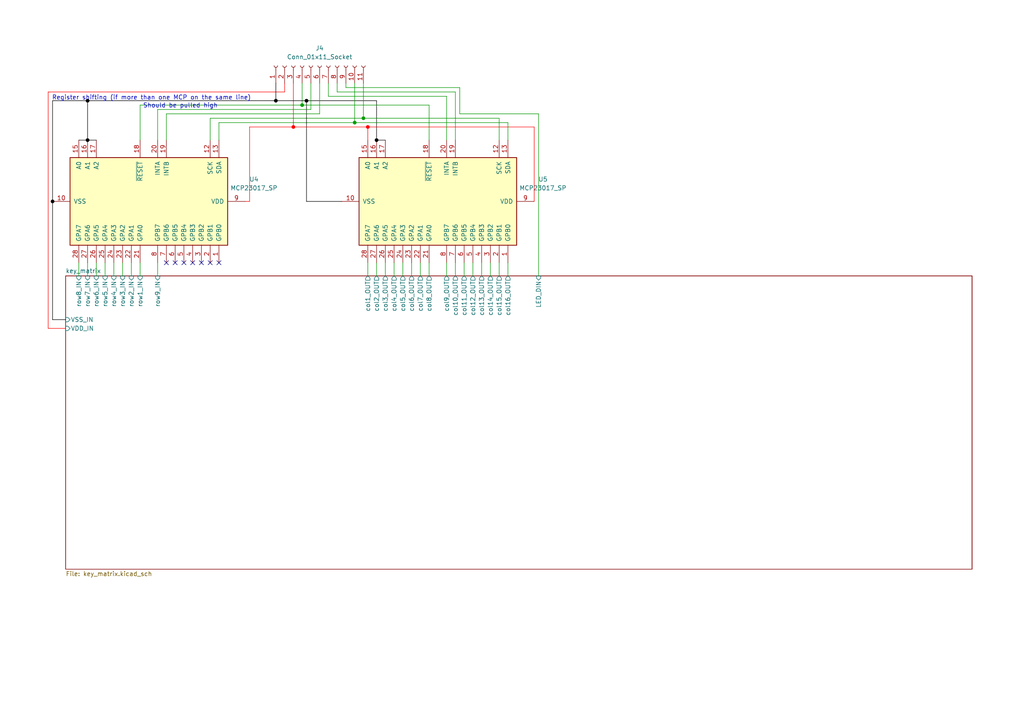
<source format=kicad_sch>
(kicad_sch (version 20250114) (generator "eeschema") (generator_version "9.0")
  (paper "A4")
  (lib_symbols
    (symbol "Connector:Conn_01x11_Socket" (pin_names (offset 1.016) (hide yes))
      (property "Reference" "J" (at 0 15.24 0))
      (property "Value" "Conn_01x11_Socket" (at 0 -15.24 0))
      (symbol "Conn_01x11_Socket_1_1"
        (polyline (pts (xy -1.27 12.7) (xy -0.508 12.7)) (stroke (width 0.1524)))
        (polyline (pts (xy -1.27 10.16) (xy -0.508 10.16)) (stroke (width 0.1524)))
        (polyline (pts (xy -1.27 7.62) (xy -0.508 7.62)) (stroke (width 0.1524)))
        (polyline (pts (xy -1.27 5.08) (xy -0.508 5.08)) (stroke (width 0.1524)))
        (polyline (pts (xy -1.27 2.54) (xy -0.508 2.54)) (stroke (width 0.1524)))
        (polyline (pts (xy -1.27 0) (xy -0.508 0)) (stroke (width 0.1524)))
        (polyline (pts (xy -1.27 -2.54) (xy -0.508 -2.54)) (stroke (width 0.1524)))
        (polyline (pts (xy -1.27 -5.08) (xy -0.508 -5.08)) (stroke (width 0.1524)))
        (polyline (pts (xy -1.27 -7.62) (xy -0.508 -7.62)) (stroke (width 0.1524)))
        (polyline (pts (xy -1.27 -10.16) (xy -0.508 -10.16)) (stroke (width 0.1524)))
        (polyline (pts (xy -1.27 -12.7) (xy -0.508 -12.7)) (stroke (width 0.1524)))
        (arc (start 0 12.192) (mid -0.5058 12.7) (end 0 13.208) (stroke (width 0.1524)))
        (arc (start 0 9.652) (mid -0.5058 10.16) (end 0 10.668) (stroke (width 0.1524)))
        (arc (start 0 7.112) (mid -0.5058 7.62) (end 0 8.128) (stroke (width 0.1524)))
        (arc (start 0 4.572) (mid -0.5058 5.08) (end 0 5.588) (stroke (width 0.1524)))
        (arc (start 0 2.032) (mid -0.5058 2.54) (end 0 3.048) (stroke (width 0.1524)))
        (arc (start 0 -0.508) (mid -0.5058 0) (end 0 0.508) (stroke (width 0.1524)))
        (arc (start 0 -3.048) (mid -0.5058 -2.54) (end 0 -2.032) (stroke (width 0.1524)))
        (arc (start 0 -5.588) (mid -0.5058 -5.08) (end 0 -4.572) (stroke (width 0.1524)))
        (arc (start 0 -8.128) (mid -0.5058 -7.62) (end 0 -7.112) (stroke (width 0.1524)))
        (arc (start 0 -10.668) (mid -0.5058 -10.16) (end 0 -9.652) (stroke (width 0.1524)))
        (arc (start 0 -13.208) (mid -0.5058 -12.7) (end 0 -12.192) (stroke (width 0.1524)))
        (pin passive line (at -5.08 12.7 0) (length 3.81) (name "Pin_1") (number "1"))
        (pin passive line (at -5.08 10.16 0) (length 3.81) (name "Pin_2") (number "2"))
        (pin passive line (at -5.08 7.62 0) (length 3.81) (name "Pin_3") (number "3"))
        (pin passive line (at -5.08 5.08 0) (length 3.81) (name "Pin_4") (number "4"))
        (pin passive line (at -5.08 2.54 0) (length 3.81) (name "Pin_5") (number "5"))
        (pin passive line (at -5.08 0 0) (length 3.81) (name "Pin_6") (number "6"))
        (pin passive line (at -5.08 -2.54 0) (length 3.81) (name "Pin_7") (number "7"))
        (pin passive line (at -5.08 -5.08 0) (length 3.81) (name "Pin_8") (number "8"))
        (pin passive line (at -5.08 -7.62 0) (length 3.81) (name "Pin_9") (number "9"))
        (pin passive line (at -5.08 -10.16 0) (length 3.81) (name "Pin_10") (number "10"))
        (pin passive line (at -5.08 -12.7 0) (length 3.81) (name "Pin_11") (number "11"))
      )
    )
    (symbol "Interface_Expansion:MCP23017_SP" (pin_names (offset 1.016))
      (property "Reference" "U" (at -11.43 24.13 0))
      (property "Value" "MCP23017_SP" (at 0 0 0))
      (symbol "MCP23017_SP_0_1"
        (rectangle (start -12.7 22.86) (end 12.7 -22.86) (stroke (width 0.254)) (fill (type background)))
      )
      (symbol "MCP23017_SP_1_1"
        (pin bidirectional line (at -17.78 20.32 0) (length 5.08) (name "SDA") (number "13"))
        (pin input line (at -17.78 17.78 0) (length 5.08) (name "SCK") (number "12"))
        (pin tri_state line (at -17.78 5.08 0) (length 5.08) (name "INTB") (number "19"))
        (pin tri_state line (at -17.78 2.54 0) (length 5.08) (name "INTA") (number "20"))
        (pin input line (at -17.78 -2.54 0) (length 5.08) (name "~{RESET}") (number "18"))
        (pin input line (at -17.78 -15.24 0) (length 5.08) (name "A2") (number "17"))
        (pin input line (at -17.78 -17.78 0) (length 5.08) (name "A1") (number "16"))
        (pin input line (at -17.78 -20.32 0) (length 5.08) (name "A0") (number "15"))
        (pin no_connect line (at -12.7 15.24 0) (length 5.08) (hide yes) (name "NC") (number "11"))
        (pin no_connect line (at -12.7 12.7 0) (length 5.08) (hide yes) (name "NC") (number "14"))
        (pin power_in line (at 0 27.94 270) (length 5.08) (name "VDD") (number "9"))
        (pin power_in line (at 0 -27.94 90) (length 5.08) (name "VSS") (number "10"))
        (pin bidirectional line (at 17.78 20.32 180) (length 5.08) (name "GPB0") (number "1"))
        (pin bidirectional line (at 17.78 17.78 180) (length 5.08) (name "GPB1") (number "2"))
        (pin bidirectional line (at 17.78 15.24 180) (length 5.08) (name "GPB2") (number "3"))
        (pin bidirectional line (at 17.78 12.7 180) (length 5.08) (name "GPB3") (number "4"))
        (pin bidirectional line (at 17.78 10.16 180) (length 5.08) (name "GPB4") (number "5"))
        (pin bidirectional line (at 17.78 7.62 180) (length 5.08) (name "GPB5") (number "6"))
        (pin bidirectional line (at 17.78 5.08 180) (length 5.08) (name "GPB6") (number "7"))
        (pin output line (at 17.78 2.54 180) (length 5.08) (name "GPB7") (number "8"))
        (pin bidirectional line (at 17.78 -2.54 180) (length 5.08) (name "GPA0") (number "21"))
        (pin bidirectional line (at 17.78 -5.08 180) (length 5.08) (name "GPA1") (number "22"))
        (pin bidirectional line (at 17.78 -7.62 180) (length 5.08) (name "GPA2") (number "23"))
        (pin bidirectional line (at 17.78 -10.16 180) (length 5.08) (name "GPA3") (number "24"))
        (pin bidirectional line (at 17.78 -12.7 180) (length 5.08) (name "GPA4") (number "25"))
        (pin bidirectional line (at 17.78 -15.24 180) (length 5.08) (name "GPA5") (number "26"))
        (pin bidirectional line (at 17.78 -17.78 180) (length 5.08) (name "GPA6") (number "27"))
        (pin output line (at 17.78 -20.32 180) (length 5.08) (name "GPA7") (number "28"))
      )
    )
  )
  (text "Register shifting (if more than one MCP on the same line)" (at 43.942 28.448 0) (effects (font (size 1.27 1.27))))
  (text "Should be pulled high" (at 52.324 30.734 0) (effects (font (size 1.27 1.27))))
  (junction (at 106.68 36.83) (color 255 0 0 1))
  (junction (at 102.87 35.56))
  (junction (at 25.4 29.21) (color 0 0 0 1))
  (junction (at 105.41 34.29))
  (junction (at 109.22 40.64) (color 0 0 0 1))
  (junction (at 88.9 29.21) (color 0 0 0 1))
  (junction (at 87.63 30.48))
  (junction (at 15.24 58.42) (color 0 0 0 1))
  (junction (at 85.09 36.83) (color 255 0 0 1))
  (junction (at 25.4 40.64) (color 0 0 0 1))
  (junction (at 80.01 29.21) (color 0 0 0 1))
  (no_connect (at 60.96 76.2))
  (no_connect (at 63.5 76.2))
  (no_connect (at 58.42 76.2))
  (no_connect (at 55.88 76.2))
  (no_connect (at 48.26 76.2))
  (no_connect (at 53.34 76.2))
  (no_connect (at 50.8 76.2))
  (wire (pts (xy 100.33 25.4) (xy 133.35 25.4)))
  (wire (pts (xy 13.97 26.67) (xy 13.97 95.25)) (stroke (width 0) (color 255 0 0 1)))
  (wire (pts (xy 40.64 30.48) (xy 87.63 30.48)))
  (wire (pts (xy 133.35 33.02) (xy 133.35 25.4)))
  (wire (pts (xy 144.78 76.2) (xy 144.78 80.01)))
  (wire (pts (xy 97.79 26.67) (xy 97.79 24.13)))
  (wire (pts (xy 85.09 24.13) (xy 85.09 36.83)) (stroke (width 0) (color 255 0 0 1)))
  (wire (pts (xy 105.41 34.29) (xy 144.78 34.29)))
  (wire (pts (xy 134.62 76.2) (xy 134.62 80.01)))
  (wire (pts (xy 48.26 33.02) (xy 92.71 33.02)))
  (wire (pts (xy 109.22 29.21) (xy 109.22 40.64)) (stroke (width 0) (color 0 0 0 1)))
  (wire (pts (xy 15.24 58.42) (xy 15.24 92.71)) (stroke (width 0) (color 0 0 0 1)))
  (wire (pts (xy 154.94 58.42) (xy 154.94 36.83)) (stroke (width 0) (color 255 0 0 1)))
  (wire (pts (xy 88.9 29.21) (xy 88.9 58.42)) (stroke (width 0) (color 0 0 0 1)))
  (wire (pts (xy 106.68 76.2) (xy 106.68 80.01)))
  (wire (pts (xy 116.84 76.2) (xy 116.84 80.01)))
  (wire (pts (xy 156.21 33.02) (xy 156.21 80.01)))
  (wire (pts (xy 109.22 40.64) (xy 111.76 40.64)) (stroke (width 0) (color 0 0 0 1)))
  (wire (pts (xy 30.48 76.2) (xy 30.48 80.01)))
  (wire (pts (xy 144.78 34.29) (xy 144.78 40.64)))
  (wire (pts (xy 111.76 76.2) (xy 111.76 80.01)))
  (wire (pts (xy 137.16 76.2) (xy 137.16 80.01)))
  (wire (pts (xy 40.64 40.64) (xy 40.64 30.48)))
  (wire (pts (xy 100.33 25.4) (xy 100.33 24.13)))
  (wire (pts (xy 22.86 76.2) (xy 22.86 80.01)))
  (wire (pts (xy 85.09 36.83) (xy 106.68 36.83)) (stroke (width 0) (color 255 0 0 1)))
  (wire (pts (xy 25.4 40.64) (xy 27.94 40.64)) (stroke (width 0) (color 0 0 0 1)))
  (wire (pts (xy 87.63 24.13) (xy 87.63 30.48)))
  (wire (pts (xy 72.39 36.83) (xy 85.09 36.83)) (stroke (width 0) (color 255 0 0 1)))
  (wire (pts (xy 27.94 76.2) (xy 27.94 80.01)))
  (wire (pts (xy 80.01 24.13) (xy 80.01 29.21)) (stroke (width 0) (color 0 0 0 1)))
  (wire (pts (xy 142.24 76.2) (xy 142.24 80.01)))
  (wire (pts (xy 25.4 76.2) (xy 25.4 80.01)))
  (wire (pts (xy 60.96 34.29) (xy 105.41 34.29)))
  (wire (pts (xy 129.54 27.94) (xy 129.54 40.64)))
  (wire (pts (xy 15.24 29.21) (xy 15.24 58.42)) (stroke (width 0) (color 0 0 0 1)))
  (wire (pts (xy 13.97 26.67) (xy 82.55 26.67)) (stroke (width 0) (color 255 0 0 1)))
  (wire (pts (xy 95.25 27.94) (xy 95.25 24.13)))
  (wire (pts (xy 60.96 40.64) (xy 60.96 34.29)))
  (wire (pts (xy 102.87 24.13) (xy 102.87 35.56)))
  (wire (pts (xy 95.25 27.94) (xy 129.54 27.94)))
  (wire (pts (xy 129.54 76.2) (xy 129.54 80.01)))
  (wire (pts (xy 105.41 24.13) (xy 105.41 34.29)))
  (wire (pts (xy 106.68 40.64) (xy 106.68 36.83)) (stroke (width 0) (color 255 0 0 1)))
  (wire (pts (xy 132.08 26.67) (xy 132.08 40.64)))
  (wire (pts (xy 63.5 40.64) (xy 63.5 35.56)))
  (wire (pts (xy 63.5 35.56) (xy 102.87 35.56)))
  (wire (pts (xy 38.1 76.2) (xy 38.1 80.01)))
  (wire (pts (xy 106.68 36.83) (xy 154.94 36.83)) (stroke (width 0) (color 255 0 0 1)))
  (wire (pts (xy 45.72 76.2) (xy 45.72 80.01)))
  (wire (pts (xy 132.08 76.2) (xy 132.08 80.01)))
  (wire (pts (xy 15.24 29.21) (xy 25.4 29.21)) (stroke (width 0) (color 0 0 0 1)))
  (wire (pts (xy 25.4 29.21) (xy 25.4 40.64)) (stroke (width 0) (color 0 0 0 1)))
  (wire (pts (xy 45.72 31.75) (xy 90.17 31.75)))
  (wire (pts (xy 40.64 76.2) (xy 40.64 80.01)))
  (wire (pts (xy 124.46 40.64) (xy 124.46 30.48)))
  (wire (pts (xy 121.92 76.2) (xy 121.92 80.01)))
  (wire (pts (xy 71.12 58.42) (xy 72.39 58.42)) (stroke (width 0) (color 255 0 0 1)))
  (wire (pts (xy 82.55 24.13) (xy 82.55 26.67)) (stroke (width 0) (color 255 0 0 1)))
  (wire (pts (xy 139.7 76.2) (xy 139.7 80.01)))
  (wire (pts (xy 124.46 76.2) (xy 124.46 80.01)))
  (wire (pts (xy 80.01 29.21) (xy 88.9 29.21)) (stroke (width 0) (color 0 0 0 1)))
  (wire (pts (xy 114.3 76.2) (xy 114.3 80.01)))
  (wire (pts (xy 45.72 31.75) (xy 45.72 40.64)))
  (wire (pts (xy 72.39 58.42) (xy 72.39 36.83)) (stroke (width 0) (color 255 0 0 1)))
  (wire (pts (xy 92.71 24.13) (xy 92.71 33.02)))
  (wire (pts (xy 147.32 40.64) (xy 147.32 35.56)))
  (wire (pts (xy 88.9 29.21) (xy 109.22 29.21)) (stroke (width 0) (color 0 0 0 1)))
  (wire (pts (xy 102.87 35.56) (xy 147.32 35.56)))
  (wire (pts (xy 25.4 29.21) (xy 80.01 29.21)) (stroke (width 0) (color 0 0 0 1)))
  (wire (pts (xy 99.06 58.42) (xy 88.9 58.42)) (stroke (width 0) (color 0 0 0 1)))
  (wire (pts (xy 87.63 30.48) (xy 124.46 30.48)))
  (wire (pts (xy 119.38 76.2) (xy 119.38 80.01)))
  (wire (pts (xy 156.21 33.02) (xy 133.35 33.02)))
  (wire (pts (xy 97.79 26.67) (xy 132.08 26.67)))
  (wire (pts (xy 147.32 76.2) (xy 147.32 80.01)))
  (wire (pts (xy 15.24 92.71) (xy 19.05 92.71)) (stroke (width 0) (color 0 0 0 1)))
  (wire (pts (xy 35.56 76.2) (xy 35.56 80.01)))
  (wire (pts (xy 33.02 76.2) (xy 33.02 80.01)))
  (wire (pts (xy 22.86 40.64) (xy 25.4 40.64)) (stroke (width 0) (color 0 0 0 1)))
  (wire (pts (xy 48.26 40.64) (xy 48.26 33.02)))
  (wire (pts (xy 13.97 95.25) (xy 19.05 95.25)) (stroke (width 0) (color 255 0 0 1)))
  (wire (pts (xy 90.17 24.13) (xy 90.17 31.75)))
  (wire (pts (xy 109.22 76.2) (xy 109.22 80.01)))
  (symbol (lib_id "Interface_Expansion:MCP23017_SP") (at 127 58.42 270) (unit 1)
    (property "Reference" "U5" (at 157.48 51.9998 90))
    (property "Value" "MCP23017_SP" (at 157.48 54.5398 90))
    (property "Footprint" "Package_DIP:DIP-28_W7.62mm" (effects (hide yes)))
    (property "Datasheet" "https://ww1.microchip.com/downloads/aemDocuments/documents/APID/ProductDocuments/DataSheets/MCP23017-Data-Sheet-DS20001952.pdf" (effects (hide yes)))
    (property "Description" "16-bit I/O expander, I2C, interrupts, w pull-ups, SPDIP-28" (effects (hide yes)))
  )
  (symbol (lib_id "Interface_Expansion:MCP23017_SP") (at 43.18 58.42 270) (unit 1)
    (property "Reference" "U4" (at 73.66 51.9998 90))
    (property "Value" "MCP23017_SP" (at 73.66 54.5398 90))
    (property "Footprint" "Package_DIP:DIP-28_W7.62mm" (effects (hide yes)))
    (property "Datasheet" "https://ww1.microchip.com/downloads/aemDocuments/documents/APID/ProductDocuments/DataSheets/MCP23017-Data-Sheet-DS20001952.pdf" (effects (hide yes)))
    (property "Description" "16-bit I/O expander, I2C, interrupts, w pull-ups, SPDIP-28" (effects (hide yes)))
  )
  (symbol (lib_id "Connector:Conn_01x11_Socket") (at 92.71 19.05 90) (unit 1)
    (property "Reference" "J4" (at 92.71 13.97 90))
    (property "Value" "Conn_01x11_Socket" (at 92.71 16.51 90))
    (property "Footprint" "Connector_PinSocket_2.00mm:PinSocket_1x11_P2.00mm_Horizontal" (effects (hide yes)))
    (property "Description" "Generic connector, single row, 01x11, script generated" (effects (hide yes)))
  )
  (sheet (at 19.05 80.01) (size 262.89 85.09) (stroke (width 0.1524))
    (property "Sheetname" "key_matrix" (at 19.05 79.2984 0) (effects (justify left bottom)))
    (property "Sheetfile" "key_matrix.kicad_sch" (at 19.05 165.6846 0) (effects (justify left top)))
    (pin "col1_OUT" output (at 106.68 80.01 90))
    (pin "col2_OUT" output (at 109.22 80.01 90))
    (pin "col3_OUT" output (at 111.76 80.01 90))
    (pin "col4_OUT" output (at 114.3 80.01 90))
    (pin "col5_OUT" output (at 116.84 80.01 90))
    (pin "col6_OUT" output (at 119.38 80.01 90))
    (pin "col7_OUT" output (at 121.92 80.01 90))
    (pin "col8_OUT" output (at 124.46 80.01 90))
    (pin "col9_OUT" output (at 129.54 80.01 90))
    (pin "col10_OUT" output (at 132.08 80.01 90))
    (pin "col11_OUT" output (at 134.62 80.01 90))
    (pin "col12_OUT" output (at 137.16 80.01 90))
    (pin "col13_OUT" output (at 139.7 80.01 90))
    (pin "col14_OUT" output (at 142.24 80.01 90))
    (pin "col15_OUT" output (at 144.78 80.01 90))
    (pin "col16_OUT" output (at 147.32 80.01 90))
    (pin "LED_DIN" input (at 156.21 80.01 90))
    (pin "row1_IN" input (at 40.64 80.01 90))
    (pin "row2_IN" input (at 38.1 80.01 90))
    (pin "row3_IN" input (at 35.56 80.01 90))
    (pin "row4_IN" input (at 33.02 80.01 90))
    (pin "row5_IN" input (at 30.48 80.01 90))
    (pin "row6_IN" input (at 27.94 80.01 90))
    (pin "row7_IN" input (at 25.4 80.01 90))
    (pin "row8_IN" input (at 22.86 80.01 90))
    (pin "row9_IN" input (at 45.72 80.01 90))
    (pin "VSS_IN" input (at 19.05 92.71 180))
    (pin "VDD_IN" input (at 19.05 95.25 180))
  )
)
</source>
